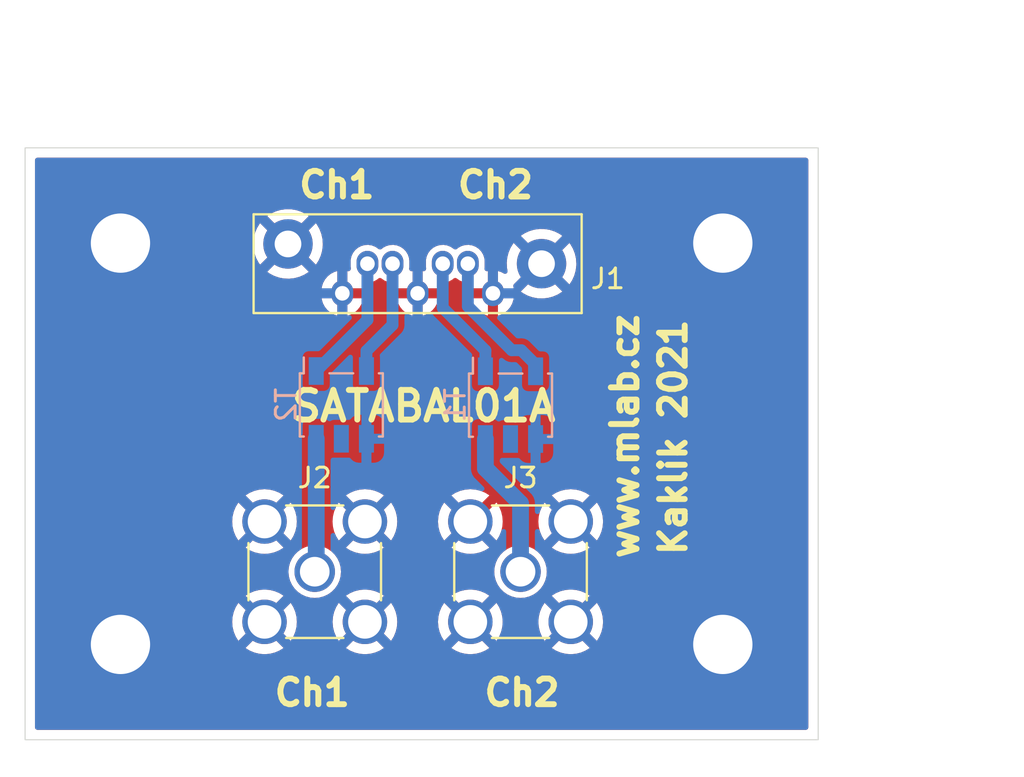
<source format=kicad_pcb>
(kicad_pcb (version 20210228) (generator pcbnew)
  (layers (0 "F.Cu" signal) (31 "B.Cu" signal) (34 "B.Paste" user) (35 "F.Paste" user) (36 "B.SilkS" user "B.Silkscreen") (37 "F.SilkS" user "F.Silkscreen") (38 "B.Mask" user) (39 "F.Mask" user) (44 "Edge.Cuts" user))
  (net 0 "")
  (net 1 "/IN2P")
  (net 2 "/IN2N")
  (net 3 "/IN1P")
  (net 4 "/IN1N")
  (net 5 "/OUT2")
  (net 6 "GND")
  (net 7 "/OUT1")
  (footprint "Mlab_CON:SATA-7_THT_VERT_2" (layer "F.Cu") (at 23.9268 -22.8586)
    (fp_text reference "J1" (at 5.8166 -0.738) (layer "F.SilkS"))
    (fp_text value "SATA7-67491-1030" hide)
    (fp_line (start -12.11 1) (end -12.11 -4) (layer "F.SilkS") (width 0.12))
    (fp_line (start -12.11 -4) (end 4.49 -4) (layer "F.SilkS") (width 0.12))
    (fp_line (start 4.49 1) (end -12.11 1) (layer "F.SilkS") (width 0.12))
    (fp_line (start 4.49 -4) (end 4.49 1) (layer "F.SilkS") (width 0.12))
    (pad "1" thru_hole oval (at 0 0) (size 1.1 1.3) (drill 0.74) (layers *.Cu *.Mask) (net 6 "GND"))
    (pad "2" thru_hole oval (at -1.27 -1.5) (size 1.1 1.3) (drill 0.74) (layers *.Cu *.Mask) (net 4 "/IN1N"))
    (pad "3" thru_hole oval (at -2.54 -1.5) (size 1.1 1.3) (drill 0.74) (layers *.Cu *.Mask) (net 3 "/IN1P"))
    (pad "4" thru_hole oval (at -3.81 0) (size 1.1 1.3) (drill 0.74) (layers *.Cu *.Mask) (net 6 "GND"))
    (pad "5" thru_hole oval (at -5.08 -1.5) (size 1.1 1.3) (drill 0.74) (layers *.Cu *.Mask) (net 2 "/IN2N"))
    (pad "6" thru_hole oval (at -6.35 -1.5) (size 1.1 1.3) (drill 0.74) (layers *.Cu *.Mask) (net 1 "/IN2P"))
    (pad "7" thru_hole oval (at -7.62 0) (size 1.1 1.3) (drill 0.74) (layers *.Cu *.Mask) (net 6 "GND"))
    (pad "8" thru_hole circle (at -10.37 -2.5) (size 2.5 2.5) (drill 1.35) (layers *.Cu *.Mask) (net 6 "GND"))
    (pad "9" thru_hole circle (at 2.46 -1.5) (size 2.5 2.5) (drill 1.35) (layers *.Cu *.Mask) (net 6 "GND"))
  )
  (footprint "Connector_Coaxial:SMA_Amphenol_901-144_Vertical" (layer "F.Cu") (at 14.9098 -8.763)
    (fp_text reference "J2" (at 0 -4.75) (layer "F.SilkS"))
    (fp_text value "Conn_Coaxial SMA or MCX")
    (fp_line (start -3.355 -1.45) (end -3.355 1.45) (layer "F.SilkS") (width 0.12))
    (fp_line (start -1.45 -3.355) (end 1.45 -3.355) (layer "F.SilkS") (width 0.12))
    (fp_line (start -1.45 3.355) (end 1.45 3.355) (layer "F.SilkS") (width 0.12))
    (fp_line (start 3.355 -1.45) (end 3.355 1.45) (layer "F.SilkS") (width 0.12))
    (pad "1" thru_hole circle locked (at 0 0) (size 2.05 2.05) (drill 1.5) (layers *.Cu *.Mask) (net 5 "/OUT2"))
    (pad "2" thru_hole circle locked (at 2.54 2.54) (size 2.25 2.25) (drill 1.7) (layers *.Cu *.Mask) (net 6 "GND"))
    (pad "2" thru_hole circle locked (at 2.54 -2.54) (size 2.25 2.25) (drill 1.7) (layers *.Cu *.Mask) (net 6 "GND"))
    (pad "2" thru_hole circle locked (at -2.54 -2.54) (size 2.25 2.25) (drill 1.7) (layers *.Cu *.Mask) (net 6 "GND"))
    (pad "2" thru_hole circle locked (at -2.54 2.54) (size 2.25 2.25) (drill 1.7) (layers *.Cu *.Mask) (net 6 "GND"))
  )
  (footprint "Mlab_Mechanical:MountingHole_3mm" (layer "F.Cu") (at 35.56 -25.4)
    (fp_text reference "H4" hide)
    (fp_text value "Pad" hide)
    (pad "1" thru_hole circle locked (at 0 0) (size 6 6) (drill 3) (layers *.Cu *.Adhes *.Mask) (net 6 "GND") (clearance 1))
  )
  (footprint "Connector_Coaxial:SMA_Amphenol_901-144_Vertical" (layer "F.Cu") (at 25.3238 -8.763)
    (fp_text reference "J3" (at 0 -4.75) (layer "F.SilkS"))
    (fp_text value "Conn_Coaxial SMA or MCX")
    (fp_line (start -1.45 -3.355) (end 1.45 -3.355) (layer "F.SilkS") (width 0.12))
    (fp_line (start 3.355 -1.45) (end 3.355 1.45) (layer "F.SilkS") (width 0.12))
    (fp_line (start -3.355 -1.45) (end -3.355 1.45) (layer "F.SilkS") (width 0.12))
    (fp_line (start -1.45 3.355) (end 1.45 3.355) (layer "F.SilkS") (width 0.12))
    (pad "1" thru_hole circle locked (at 0 0) (size 2.05 2.05) (drill 1.5) (layers *.Cu *.Mask) (net 7 "/OUT1"))
    (pad "2" thru_hole circle locked (at 2.54 2.54) (size 2.25 2.25) (drill 1.7) (layers *.Cu *.Mask) (net 6 "GND"))
    (pad "2" thru_hole circle locked (at -2.54 2.54) (size 2.25 2.25) (drill 1.7) (layers *.Cu *.Mask) (net 6 "GND"))
    (pad "2" thru_hole circle locked (at -2.54 -2.54) (size 2.25 2.25) (drill 1.7) (layers *.Cu *.Mask) (net 6 "GND"))
    (pad "2" thru_hole circle locked (at 2.54 -2.54) (size 2.25 2.25) (drill 1.7) (layers *.Cu *.Mask) (net 6 "GND"))
  )
  (footprint "Mlab_Mechanical:MountingHole_3mm" (layer "F.Cu") (at 35.56 -5.08)
    (fp_text reference "H3" hide)
    (fp_text value "Pad" hide)
    (pad "1" thru_hole circle locked (at 0 0) (size 6 6) (drill 3) (layers *.Cu *.Adhes *.Mask) (net 6 "GND") (clearance 1))
  )
  (footprint "Mlab_Mechanical:MountingHole_3mm" (layer "F.Cu") (at 5.08 -25.4)
    (fp_text reference "H2" hide)
    (fp_text value "Pad" hide)
    (pad "1" thru_hole circle locked (at 0 0) (size 6 6) (drill 3) (layers *.Cu *.Adhes *.Mask) (net 6 "GND") (clearance 1))
  )
  (footprint "Mlab_Mechanical:MountingHole_3mm" (layer "F.Cu") (at 5.08 -5.08)
    (fp_text reference "H1" hide)
    (fp_text value "Pad" hide)
    (pad "1" thru_hole circle locked (at 0 0) (size 6 6) (drill 3) (layers *.Cu *.Adhes *.Mask) (net 6 "GND") (clearance 1))
  )
  (footprint "Transformer_SMD:Transformer_MACOM_SM-22" (layer "B.Cu") (at 16.256 -17.209 -90)
    (fp_text reference "T2" (at 0 2.794 90) (layer "B.SilkS") (effects (justify mirror)))
    (fp_text value "ETC1-1-13")
    (fp_line (start 1.6 -2.1) (end 1.6 -1.9) (layer "B.SilkS") (width 0.12))
    (fp_line (start -1.6 -2.1) (end 1.6 -2.1) (layer "B.SilkS") (width 0.12))
    (fp_line (start -1.6 -1.9) (end -1.6 -2.1) (layer "B.SilkS") (width 0.12))
    (fp_line (start -1.6 2.1) (end -1.6 1.9) (layer "B.SilkS") (width 0.12))
    (fp_line (start 1.6 2.1) (end -1.6 2.1) (layer "B.SilkS") (width 0.12))
    (fp_line (start -1.6 1.9) (end -2.4 1.9) (layer "B.SilkS") (width 0.12))
    (fp_line (start -1.6 0.6) (end -1.6 -0.6) (layer "B.SilkS") (width 0.12))
    (fp_line (start 1.6 1.9) (end 1.6 2.1) (layer "B.SilkS") (width 0.12))
    (pad "1" smd rect locked (at -1.715 1.27 270) (size 1.4 0.76) (layers "B.Cu" "B.Paste" "B.Mask") (net 1 "/IN2P"))
    (pad "2" smd rect locked (at -1.715 -1.27 270) (size 1.4 0.76) (layers "B.Cu" "B.Paste" "B.Mask") (net 2 "/IN2N"))
    (pad "3" smd rect locked (at 1.715 -1.27 270) (size 1.4 0.76) (layers "B.Cu" "B.Paste" "B.Mask") (net 6 "GND"))
    (pad "4" smd rect locked (at 1.715 0 270) (size 1.4 0.76) (layers "B.Cu" "B.Paste" "B.Mask"))
    (pad "5" smd rect locked (at 1.715 1.27 270) (size 1.4 0.76) (layers "B.Cu" "B.Paste" "B.Mask") (net 5 "/OUT2"))
  )
  (footprint "Transformer_SMD:Transformer_MACOM_SM-22" (layer "B.Cu") (at 24.8158 -17.1958 -90)
    (fp_text reference "T1" (at 0 2.794 90) (layer "B.SilkS") (effects (justify mirror)))
    (fp_text value "ETC1-1-13")
    (fp_line (start 1.6 2.1) (end -1.6 2.1) (layer "B.SilkS") (width 0.12))
    (fp_line (start -1.6 0.6) (end -1.6 -0.6) (layer "B.SilkS") (width 0.12))
    (fp_line (start -1.6 1.9) (end -2.4 1.9) (layer "B.SilkS") (width 0.12))
    (fp_line (start -1.6 -1.9) (end -1.6 -2.1) (layer "B.SilkS") (width 0.12))
    (fp_line (start -1.6 2.1) (end -1.6 1.9) (layer "B.SilkS") (width 0.12))
    (fp_line (start 1.6 1.9) (end 1.6 2.1) (layer "B.SilkS") (width 0.12))
    (fp_line (start 1.6 -2.1) (end 1.6 -1.9) (layer "B.SilkS") (width 0.12))
    (fp_line (start -1.6 -2.1) (end 1.6 -2.1) (layer "B.SilkS") (width 0.12))
    (pad "1" smd rect locked (at -1.715 1.27 270) (size 1.4 0.76) (layers "B.Cu" "B.Paste" "B.Mask") (net 3 "/IN1P"))
    (pad "2" smd rect locked (at -1.715 -1.27 270) (size 1.4 0.76) (layers "B.Cu" "B.Paste" "B.Mask") (net 4 "/IN1N"))
    (pad "3" smd rect locked (at 1.715 -1.27 270) (size 1.4 0.76) (layers "B.Cu" "B.Paste" "B.Mask") (net 6 "GND"))
    (pad "4" smd rect locked (at 1.715 0 270) (size 1.4 0.76) (layers "B.Cu" "B.Paste" "B.Mask"))
    (pad "5" smd rect locked (at 1.715 1.27 270) (size 1.4 0.76) (layers "B.Cu" "B.Paste" "B.Mask") (net 7 "/OUT1"))
  )
  (gr_rect (start 0.254 -30.226) (end 40.386 -0.254) (layer "Edge.Cuts") (width 0.05) (fill none))
  (gr_text "Ch1" (at 16.0274 -28.3464) (layer "F.SilkS") (effects (font (size 1.3 1.3) (thickness 0.3))))
  (gr_text "Ch2" (at 25.4 -2.6416) (layer "F.SilkS") (effects (font (size 1.3 1.3) (thickness 0.3))))
  (gr_text "Ch1" (at 14.7828 -2.6416) (layer "F.SilkS") (effects (font (size 1.3 1.3) (thickness 0.3))))
  (gr_text "www.mlab.cz" (at 30.607 -15.621 90) (layer "F.SilkS") (effects (font (size 1.3 1.3) (thickness 0.3))))
  (gr_text "Kaklik 2021" (at 33.0454 -15.5702 90) (layer "F.SilkS") (effects (font (size 1.3 1.3) (thickness 0.3))))
  (gr_text "Ch2" (at 24.0538 -28.3464) (layer "F.SilkS") (effects (font (size 1.3 1.3) (thickness 0.3))))
  (gr_text "SATABAL01A" (at 20.4216 -17.145) (layer "F.SilkS") (effects (font (size 1.5 1.5) (thickness 0.3))))
  (segment (start 17.5768 -21.5148) (end 17.5768 -24.3586) (width 0.6) (layer "B.Cu") (net 1))
  (segment (start 17.5768 -21.5148) (end 14.986 -18.924) (width 0.6) (layer "B.Cu") (net 1))
  (segment (start 18.8468 -21.2598) (end 17.526 -19.939) (width 0.6) (layer "B.Cu") (net 2))
  (segment (start 17.526 -19.939) (end 17.526 -18.924) (width 0.6) (layer "B.Cu") (net 2))
  (segment (start 18.8468 -21.2598) (end 18.8468 -24.3586) (width 0.6) (layer "B.Cu") (net 2))
  (segment (start 21.3868 -22.1234) (end 23.5458 -19.9644) (width 0.6) (layer "B.Cu") (net 3))
  (segment (start 23.5458 -19.9644) (end 23.5458 -18.9108) (width 0.6) (layer "B.Cu") (net 3))
  (segment (start 21.3868 -24.3586) (end 21.3868 -22.1234) (width 0.6) (layer "B.Cu") (net 3))
  (segment (start 22.6568 -22.1996) (end 24.8793 -19.9771) (width 0.6) (layer "B.Cu") (net 4))
  (segment (start 25.3619 -19.9771) (end 24.8793 -19.9771) (width 0.6) (layer "B.Cu") (net 4))
  (segment (start 26.0858 -18.9108) (end 26.0858 -19.2532) (width 0.6) (layer "B.Cu") (net 4))
  (segment (start 26.0858 -19.2532) (end 25.3619 -19.9771) (width 0.6) (layer "B.Cu") (net 4))
  (segment (start 22.6568 -24.3586) (end 22.6568 -22.1996) (width 0.6) (layer "B.Cu") (net 4))
  (segment (start 14.986 -15.494) (end 14.986 -8.8392) (width 0.85) (layer "B.Cu") (net 5))
  (segment (start 14.986 -8.8392) (end 14.9098 -8.763) (width 0.85) (layer "B.Cu") (net 5))
  (segment (start 25.3238 -12.2174) (end 25.3238 -8.763) (width 0.85) (layer "B.Cu") (net 7))
  (segment (start 23.5458 -15.4808) (end 23.5458 -13.9954) (width 0.85) (layer "B.Cu") (net 7))
  (segment (start 23.5458 -13.9954) (end 25.3238 -12.2174) (width 0.85) (layer "B.Cu") (net 7))
  (zone (net 6) (net_name "GND") (layers F&B.Cu) (connect_pads (clearance 0.25)) (min_thickness 0.254) (fill yes (thermal_gap 0.508) (thermal_bridge_width 0.508))
    (polygon (pts (xy 42.2656 1.1938) (xy -1.016 1.651) (xy -0.5334 -30.8102) (xy 42.1386 -30.861)))
  )
)
</source>
